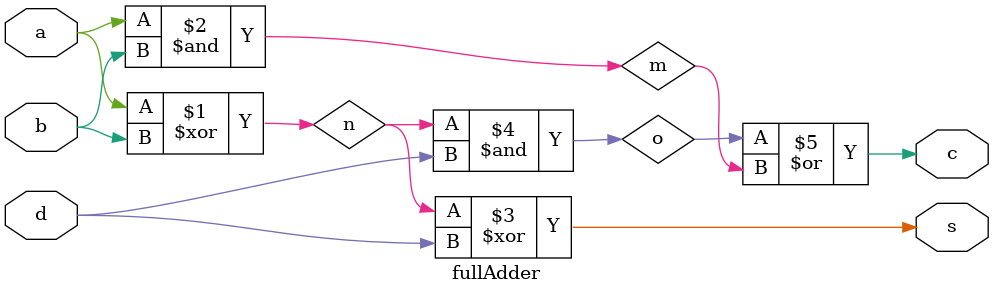
<source format=v>
module fullAdder(s,c,a,b,d);

	input a,b,d;
	output s,c;
	wire n,m,o;
	xor q1(n,a,b);
	and q2(m,a,b);
	xor q3(s,n,d);
	and q4(o,n,d);
	or q5(c,o,m);
endmodule
</source>
